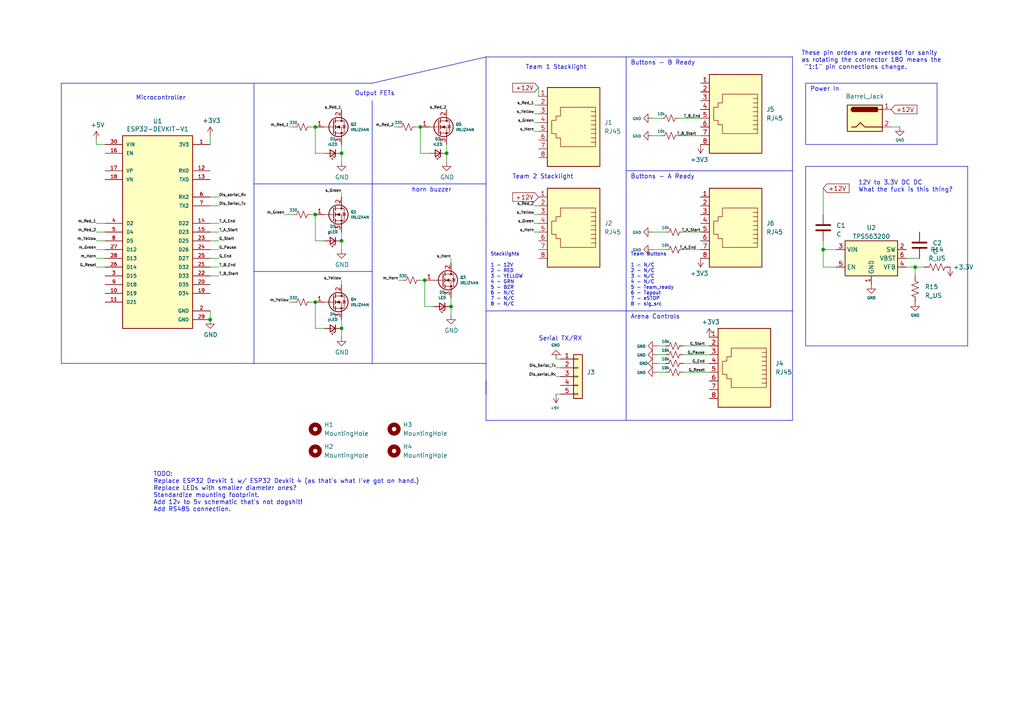
<source format=kicad_sch>
(kicad_sch (version 20221206) (generator eeschema)
  (paper "A4")
  (title_block (title "Combat Arena Timing Control") (date "2023-01-26") (rev "0.3") (company "Fair Use Building & Research Labs, 501c3") (comment 2 "Neil Flynn") (comment 3 "Kim Chase"))
  (lib_symbols
    (symbol "Bot_Arena_contol-rescue:+3.3V-power" (power) (pin_names (offset 0))
      (property "Value" "+3.3V-power" (at 0 3.556 0))
      (symbol "+3.3V-power_0_1"
        (polyline (pts (xy -0.762 1.27) (xy 0 2.54)))
        (polyline (pts (xy 0 0) (xy 0 2.54)))
        (polyline (pts (xy 0 2.54) (xy 0.762 1.27)))
      )
      (symbol "+3.3V-power_1_1"
        (pin power_in line (at 0 0 90) (length 0) hide (name "+3V3") (number "1"))
      )
    )
    (symbol "Connector:Barrel_Jack" (pin_names (offset 1.016))
      (property "Reference" "J" (at 0 5.334 0))
      (property "Value" "Barrel_Jack" (at 0 -5.08 0))
      (symbol "Barrel_Jack_0_1"
        (rectangle (start -5.08 3.81) (end 5.08 -3.81) (stroke (width 0.254)) (fill (type background)))
        (arc (start -3.302 3.175) (mid -3.9343 2.54) (end -3.302 1.905) (stroke (width 0.254)))
        (arc (start -3.302 3.175) (mid -3.9343 2.54) (end -3.302 1.905) (stroke (width 0.254)) (fill (type outline)))
        (polyline (pts (xy 5.08 2.54) (xy 3.81 2.54)) (stroke (width 0.254)))
        (polyline (pts (xy -3.81 -2.54) (xy -2.54 -2.54) (xy -1.27 -1.27) (xy 0 -2.54) (xy 2.54 -2.54) (xy 5.08 -2.54)) (stroke (width 0.254)))
        (rectangle (start 3.683 3.175) (end -3.302 1.905) (stroke (width 0.254)) (fill (type outline)))
      )
      (symbol "Barrel_Jack_1_1"
        (pin passive line (at 7.62 2.54 180) (length 2.54) (name "~") (number "1"))
        (pin passive line (at 7.62 -2.54 180) (length 2.54) (name "~") (number "2"))
      )
    )
    (symbol "Connector:RJ45" (pin_names (offset 1.016))
      (property "Reference" "J" (at -5.08 13.97 0))
      (property "Value" "RJ45" (at 2.54 13.97 0))
      (symbol "RJ45_0_1"
        (polyline (pts (xy -5.08 4.445) (xy -6.35 4.445)))
        (polyline (pts (xy -5.08 5.715) (xy -6.35 5.715)))
        (polyline (pts (xy -6.35 -3.175) (xy -5.08 -3.175) (xy -5.08 -3.175)))
        (polyline (pts (xy -6.35 -1.905) (xy -5.08 -1.905) (xy -5.08 -1.905)))
        (polyline (pts (xy -6.35 -0.635) (xy -5.08 -0.635) (xy -5.08 -0.635)))
        (polyline (pts (xy -6.35 0.635) (xy -5.08 0.635) (xy -5.08 0.635)))
        (polyline (pts (xy -6.35 1.905) (xy -5.08 1.905) (xy -5.08 1.905)))
        (polyline (pts (xy -5.08 3.175) (xy -6.35 3.175) (xy -6.35 3.175)))
        (polyline (pts (xy -6.35 -4.445) (xy -6.35 6.985) (xy 3.81 6.985) (xy 3.81 4.445) (xy 5.08 4.445) (xy 5.08 3.175) (xy 6.35 3.175) (xy 6.35 -0.635) (xy 5.08 -0.635) (xy 5.08 -1.905) (xy 3.81 -1.905) (xy 3.81 -4.445) (xy -6.35 -4.445) (xy -6.35 -4.445)))
        (rectangle (start 7.62 12.7) (end -7.62 -10.16) (stroke (width 0.254)) (fill (type background)))
      )
      (symbol "RJ45_1_1"
        (pin passive line (at 10.16 -7.62 180) (length 2.54) (name "~") (number "1"))
        (pin passive line (at 10.16 -5.08 180) (length 2.54) (name "~") (number "2"))
        (pin passive line (at 10.16 -2.54 180) (length 2.54) (name "~") (number "3"))
        (pin passive line (at 10.16 0 180) (length 2.54) (name "~") (number "4"))
        (pin passive line (at 10.16 2.54 180) (length 2.54) (name "~") (number "5"))
        (pin passive line (at 10.16 5.08 180) (length 2.54) (name "~") (number "6"))
        (pin passive line (at 10.16 7.62 180) (length 2.54) (name "~") (number "7"))
        (pin passive line (at 10.16 10.16 180) (length 2.54) (name "~") (number "8"))
      )
    )
    (symbol "Device:C" (pin_numbers hide) (pin_names (offset 0.254))
      (property "Reference" "C" (at 0.635 2.54 0))
      (property "Value" "C" (at 0.635 -2.54 0))
      (symbol "C_0_1"
        (polyline (pts (xy -2.032 -0.762) (xy 2.032 -0.762)) (stroke (width 0.508)))
        (polyline (pts (xy -2.032 0.762) (xy 2.032 0.762)) (stroke (width 0.508)))
      )
      (symbol "C_1_1"
        (pin passive line (at 0 3.81 270) (length 2.794) (name "~") (number "1"))
        (pin passive line (at 0 -3.81 90) (length 2.794) (name "~") (number "2"))
      )
    )
    (symbol "Device:LED_Small" (pin_numbers hide) (pin_names (offset 0.254) hide)
      (property "Reference" "D" (at -1.27 3.175 0))
      (property "Value" "LED_Small" (at -4.445 -2.54 0))
      (symbol "LED_Small_0_1"
        (polyline (pts (xy -0.762 -1.016) (xy -0.762 1.016)) (stroke (width 0.254)))
        (polyline (pts (xy 1.016 0) (xy -0.762 0)))
        (polyline (pts (xy 0.762 -1.016) (xy -0.762 0) (xy 0.762 1.016) (xy 0.762 -1.016)) (stroke (width 0.254)))
        (polyline (pts (xy 0 0.762) (xy -0.508 1.27) (xy -0.254 1.27) (xy -0.508 1.27) (xy -0.508 1.016)))
        (polyline (pts (xy 0.508 1.27) (xy 0 1.778) (xy 0.254 1.778) (xy 0 1.778) (xy 0 1.524)))
      )
      (symbol "LED_Small_1_1"
        (pin passive line (at -2.54 0 0) (length 1.778) (name "K") (number "1"))
        (pin passive line (at 2.54 0 180) (length 1.778) (name "A") (number "2"))
      )
    )
    (symbol "Device:R_Small_US" (pin_numbers hide) (pin_names (offset 0.254) hide)
      (property "Reference" "R" (at 0.762 0.508 0))
      (property "Value" "R_Small_US" (at 0.762 -1.016 0))
      (symbol "R_Small_US_1_1"
        (polyline (pts (xy 0 0) (xy 1.016 -0.381) (xy 0 -0.762) (xy -1.016 -1.143) (xy 0 -1.524)))
        (polyline (pts (xy 0 1.524) (xy 1.016 1.143) (xy 0 0.762) (xy -1.016 0.381) (xy 0 0)))
        (pin passive line (at 0 2.54 270) (length 1.016) (name "~") (number "1"))
        (pin passive line (at 0 -2.54 90) (length 1.016) (name "~") (number "2"))
      )
    )
    (symbol "Device:R_US" (pin_numbers hide) (pin_names (offset 0))
      (property "Reference" "R" (at 2.54 0 90))
      (property "Value" "R_US" (at -2.54 0 90))
      (symbol "R_US_0_1"
        (polyline (pts (xy 0 -2.286) (xy 0 -2.54)))
        (polyline (pts (xy 0 2.286) (xy 0 2.54)))
        (polyline (pts (xy 0 -0.762) (xy 1.016 -1.143) (xy 0 -1.524) (xy -1.016 -1.905) (xy 0 -2.286)))
        (polyline (pts (xy 0 0.762) (xy 1.016 0.381) (xy 0 0) (xy -1.016 -0.381) (xy 0 -0.762)))
        (polyline (pts (xy 0 2.286) (xy 1.016 1.905) (xy 0 1.524) (xy -1.016 1.143) (xy 0 0.762)))
      )
      (symbol "R_US_1_1"
        (pin passive line (at 0 3.81 270) (length 1.27) (name "~") (number "1"))
        (pin passive line (at 0 -3.81 90) (length 1.27) (name "~") (number "2"))
      )
    )
    (symbol "ESP32DK1:ESP32-DEVKIT-V1" (pin_names (offset 1.016))
      (property "Reference" "U" (at -10.16 30.48 0))
      (property "Value" "ESP32-DEVKIT-V1" (at -10.16 -30.48 0))
      (symbol "ESP32-DEVKIT-V1_0_0"
        (rectangle (start -10.16 -27.94) (end 10.16 27.94) (stroke (width 0.254)) (fill (type background)))
        (pin output line (at 15.24 25.4 180) (length 5.08) (name "3V3") (number "1"))
        (pin bidirectional line (at -15.24 -17.78 0) (length 5.08) (name "D19") (number "10"))
        (pin bidirectional line (at -15.24 -20.32 0) (length 5.08) (name "D21") (number "11"))
        (pin input line (at 15.24 17.78 180) (length 5.08) (name "RX0") (number "12"))
        (pin output line (at 15.24 15.24 180) (length 5.08) (name "TX0") (number "13"))
        (pin bidirectional line (at 15.24 2.54 180) (length 5.08) (name "D22") (number "14"))
        (pin bidirectional line (at 15.24 0 180) (length 5.08) (name "D23") (number "15"))
        (pin input line (at -15.24 22.86 0) (length 5.08) (name "EN") (number "16"))
        (pin bidirectional line (at -15.24 17.78 0) (length 5.08) (name "VP") (number "17"))
        (pin bidirectional line (at -15.24 15.24 0) (length 5.08) (name "VN") (number "18"))
        (pin bidirectional line (at 15.24 -17.78 180) (length 5.08) (name "D34") (number "19"))
        (pin power_in line (at 15.24 -22.86 180) (length 5.08) (name "GND") (number "2"))
        (pin bidirectional line (at 15.24 -15.24 180) (length 5.08) (name "D35") (number "20"))
        (pin bidirectional line (at 15.24 -10.16 180) (length 5.08) (name "D32") (number "21"))
        (pin bidirectional line (at 15.24 -12.7 180) (length 5.08) (name "D33") (number "22"))
        (pin bidirectional line (at 15.24 -2.54 180) (length 5.08) (name "D25") (number "23"))
        (pin bidirectional line (at 15.24 -5.08 180) (length 5.08) (name "D26") (number "24"))
        (pin bidirectional line (at 15.24 -7.62 180) (length 5.08) (name "D27") (number "25"))
        (pin bidirectional line (at -15.24 -10.16 0) (length 5.08) (name "D14") (number "26"))
        (pin bidirectional line (at -15.24 -5.08 0) (length 5.08) (name "D12") (number "27"))
        (pin bidirectional line (at -15.24 -7.62 0) (length 5.08) (name "D13") (number "28"))
        (pin power_in line (at 15.24 -25.4 180) (length 5.08) (name "GND") (number "29"))
        (pin bidirectional line (at -15.24 -12.7 0) (length 5.08) (name "D15") (number "3"))
        (pin input line (at -15.24 25.4 0) (length 5.08) (name "VIN") (number "30"))
        (pin bidirectional line (at -15.24 2.54 0) (length 5.08) (name "D2") (number "4"))
        (pin bidirectional line (at -15.24 0 0) (length 5.08) (name "D4") (number "5"))
        (pin input line (at 15.24 10.16 180) (length 5.08) (name "RX2") (number "6"))
        (pin output line (at 15.24 7.62 180) (length 5.08) (name "TX2") (number "7"))
        (pin bidirectional line (at -15.24 -2.54 0) (length 5.08) (name "D5") (number "8"))
        (pin bidirectional line (at -15.24 -15.24 0) (length 5.08) (name "D18") (number "9"))
      )
    )
    (symbol "Mechanical:MountingHole" (pin_names (offset 1.016))
      (property "Reference" "H" (at 0 5.08 0))
      (property "Value" "MountingHole" (at 0 3.175 0))
      (symbol "MountingHole_0_1"
        (circle (center 0 0) (radius 1.27) (stroke (width 1.27)))
      )
    )
    (symbol "Regulator_Switching:TPS563200"
      (property "Reference" "U" (at -7.62 6.35 0))
      (property "Value" "TPS563200" (at -2.54 6.35 0))
      (symbol "TPS563200_0_1"
        (rectangle (start -7.62 5.08) (end 7.62 -5.08) (stroke (width 0.254)) (fill (type background)))
      )
      (symbol "TPS563200_1_1"
        (pin power_in line (at 0 -7.62 90) (length 2.54) (name "GND") (number "1"))
        (pin output line (at 10.16 2.54 180) (length 2.54) (name "SW") (number "2"))
        (pin power_in line (at -10.16 2.54 0) (length 2.54) (name "VIN") (number "3"))
        (pin input line (at 10.16 -2.54 180) (length 2.54) (name "VFB") (number "4"))
        (pin input line (at -10.16 -2.54 0) (length 2.54) (name "EN") (number "5"))
        (pin passive line (at 10.16 0 180) (length 2.54) (name "VBST") (number "6"))
      )
    )
    (symbol "Transistor_FET:IRLIZ44N" (pin_names hide)
      (property "Reference" "Q" (at 6.35 1.905 0))
      (property "Value" "IRLIZ44N" (at 6.35 0 0))
      (symbol "IRLIZ44N_0_1"
        (polyline (pts (xy 0.254 0) (xy -2.54 0)))
        (polyline (pts (xy 0.254 1.905) (xy 0.254 -1.905)) (stroke (width 0.254)))
        (polyline (pts (xy 0.762 -1.27) (xy 0.762 -2.286)) (stroke (width 0.254)))
        (polyline (pts (xy 0.762 0.508) (xy 0.762 -0.508)) (stroke (width 0.254)))
        (polyline (pts (xy 0.762 2.286) (xy 0.762 1.27)) (stroke (width 0.254)))
        (polyline (pts (xy 2.54 2.54) (xy 2.54 1.778)))
        (polyline (pts (xy 2.54 -2.54) (xy 2.54 0) (xy 0.762 0)))
        (polyline (pts (xy 0.762 -1.778) (xy 3.302 -1.778) (xy 3.302 1.778) (xy 0.762 1.778)))
        (polyline (pts (xy 1.016 0) (xy 2.032 0.381) (xy 2.032 -0.381) (xy 1.016 0)) (fill (type outline)))
        (polyline (pts (xy 2.794 0.508) (xy 2.921 0.381) (xy 3.683 0.381) (xy 3.81 0.254)))
        (polyline (pts (xy 3.302 0.381) (xy 2.921 -0.254) (xy 3.683 -0.254) (xy 3.302 0.381)))
        (circle (center 1.651 0) (radius 2.794) (stroke (width 0.254)))
        (circle (center 2.54 -1.778) (radius 0.254) (fill (type outline)))
        (circle (center 2.54 1.778) (radius 0.254) (fill (type outline)))
      )
      (symbol "IRLIZ44N_1_1"
        (pin input line (at -5.08 0 0) (length 2.54) (name "G") (number "1"))
        (pin passive line (at 2.54 5.08 270) (length 2.54) (name "D") (number "2"))
        (pin passive line (at 2.54 -5.08 90) (length 2.54) (name "S") (number "3"))
      )
    )
    (symbol "power:+3.3V" (power) (pin_names (offset 0))
      (property "Value" "+3.3V" (at 0 3.556 0))
      (symbol "+3.3V_0_1"
        (polyline (pts (xy -0.762 1.27) (xy 0 2.54)))
        (polyline (pts (xy 0 0) (xy 0 2.54)))
        (polyline (pts (xy 0 2.54) (xy 0.762 1.27)))
      )
      (symbol "+3.3V_1_1"
        (pin power_in line (at 0 0 90) (length 0) hide (name "+3.3V") (number "1"))
      )
    )
    (symbol "power:+5V" (power) (pin_names (offset 0))
      (property "Value" "+5V" (at 0 3.556 0))
      (symbol "+5V_0_1"
        (polyline (pts (xy -0.762 1.27) (xy 0 2.54)))
        (polyline (pts (xy 0 0) (xy 0 2.54)))
        (polyline (pts (xy 0 2.54) (xy 0.762 1.27)))
      )
      (symbol "+5V_1_1"
        (pin power_in line (at 0 0 90) (length 0) hide (name "+5V") (number "1"))
      )
    )
    (symbol "power:GND" (power) (pin_names (offset 0))
      (property "Value" "GND" (at 0 -3.81 0))
      (symbol "GND_0_1"
        (polyline (pts (xy 0 0) (xy 0 -1.27) (xy 1.27 -1.27) (xy 0 -2.54) (xy -1.27 -1.27) (xy 0 -1.27)))
      )
      (symbol "GND_1_1"
        (pin power_in line (at 0 0 270) (length 0) hide (name "GND") (number "1"))
      )
    )
    (symbol "symbols:5Pin_5mm_plus_2.54_pin" (pin_names (offset 1.016) hide)
      (property "Reference" "J" (at 0 7.62 0))
      (property "Value" "5Pin_5mm_plus_2.54_pin" (at 0 -7.62 0))
      (symbol "5Pin_5mm_plus_2.54_pin_1_1"
        (rectangle (start -1.27 -4.953) (end 0 -5.207) (stroke (width 0.1524)))
        (rectangle (start -1.27 -2.413) (end 0 -2.667) (stroke (width 0.1524)))
        (rectangle (start -1.27 0.127) (end 0 -0.127) (stroke (width 0.1524)))
        (rectangle (start -1.27 2.667) (end 0 2.413) (stroke (width 0.1524)))
        (rectangle (start -1.27 5.207) (end 0 4.953) (stroke (width 0.1524)))
        (rectangle (start -1.27 6.35) (end 1.27 -6.35) (stroke (width 0.254)) (fill (type background)))
        (pin passive line (at -5.08 5.08 0) (length 3.81) (name "Pin_1") (number "1"))
        (pin passive line (at -5.08 2.54 0) (length 3.81) (name "Pin_2") (number "2"))
        (pin passive line (at -5.08 0 0) (length 3.81) (name "Pin_3") (number "3"))
        (pin passive line (at -5.08 -2.54 0) (length 3.81) (name "Pin_4") (number "4"))
        (pin passive line (at -5.08 -5.08 0) (length 3.81) (name "Pin_5") (number "5"))
      )
    )
  )
  (junction (at 129.54 44.45))
  (junction (at 238.76 72.39))
  (junction (at 123.19 81.28))
  (junction (at 265.43 77.47))
  (junction (at 99.06 44.45))
  (junction (at 130.81 88.9))
  (junction (at 99.06 95.25))
  (junction (at 91.44 62.23))
  (junction (at 99.06 69.85))
  (junction (at 91.44 36.83))
  (junction (at 91.44 87.63))
  (junction (at 121.92 36.83))
  (junction (at 60.96 92.71))
  (wire (pts (xy 189.23 72.39) (xy 193.04 72.39)))
  (polyline (pts (xy 181.61 121.92) (xy 140.97 121.92)))
  (wire (pts (xy 60.96 41.91) (xy 60.96 39.37)))
  (wire (pts (xy 93.98 95.25) (xy 91.44 95.25)))
  (wire (pts (xy 156.21 33.02) (xy 154.94 33.02)))
  (wire (pts (xy 130.81 86.36) (xy 130.81 88.9)))
  (wire (pts (xy 30.48 74.93) (xy 27.94 74.93)))
  (wire (pts (xy 198.12 107.95) (xy 205.74 107.95)))
  (wire (pts (xy 162.56 109.22) (xy 161.29 109.22)))
  (wire (pts (xy 198.12 67.31) (xy 203.2 67.31)))
  (wire (pts (xy 99.06 95.25) (xy 99.06 97.79)))
  (wire (pts (xy 156.21 25.4) (xy 156.21 27.94)))
  (polyline (pts (xy 229.87 46.99) (xy 229.87 68.58)))
  (polyline (pts (xy 229.87 16.51) (xy 229.87 46.99)))
  (wire (pts (xy 99.06 67.31) (xy 99.06 69.85)))
  (wire (pts (xy 242.57 77.47) (xy 238.76 77.47)))
  (wire (pts (xy 99.06 82.55) (xy 99.06 81.28)))
  (polyline (pts (xy 233.68 48.26) (xy 233.68 100.33)))
  (wire (pts (xy 196.85 39.37) (xy 203.2 39.37)))
  (polyline (pts (xy 140.97 16.51) (xy 181.61 16.51)))
  (wire (pts (xy 193.04 107.95) (xy 190.5 107.95)))
  (wire (pts (xy 91.44 87.63) (xy 90.17 87.63)))
  (polyline (pts (xy 140.97 63.5) (xy 140.97 105.41)))
  (wire (pts (xy 115.57 36.83) (xy 114.3 36.83)))
  (wire (pts (xy 238.76 69.85) (xy 238.76 72.39)))
  (wire (pts (xy 156.21 67.31) (xy 154.94 67.31)))
  (polyline (pts (xy 233.68 24.13) (xy 271.78 24.13)))
  (polyline (pts (xy 280.67 48.26) (xy 280.67 100.33)))
  (wire (pts (xy 93.98 44.45) (xy 91.44 44.45)))
  (wire (pts (xy 30.48 77.47) (xy 27.94 77.47)))
  (wire (pts (xy 60.96 57.15) (xy 63.5 57.15)))
  (wire (pts (xy 99.06 41.91) (xy 99.06 44.45)))
  (wire (pts (xy 99.06 57.15) (xy 99.06 55.88)))
  (polyline (pts (xy 73.66 53.34) (xy 107.95 53.34)))
  (wire (pts (xy 162.56 106.68) (xy 161.29 106.68)))
  (wire (pts (xy 265.43 77.47) (xy 267.97 77.47)))
  (wire (pts (xy 99.06 92.71) (xy 99.06 95.25)))
  (wire (pts (xy 30.48 41.91) (xy 27.94 41.91)))
  (wire (pts (xy 123.19 81.28) (xy 121.92 81.28)))
  (polyline (pts (xy 73.66 78.74) (xy 107.95 78.74)))
  (wire (pts (xy 60.96 77.47) (xy 63.5 77.47)))
  (wire (pts (xy 129.54 41.91) (xy 129.54 44.45)))
  (wire (pts (xy 238.76 54.61) (xy 238.76 62.23)))
  (wire (pts (xy 262.89 74.93) (xy 266.7 74.93)))
  (polyline (pts (xy 107.95 24.13) (xy 140.97 16.51)))
  (wire (pts (xy 27.94 41.91) (xy 27.94 40.64)))
  (wire (pts (xy 238.76 77.47) (xy 238.76 72.39)))
  (polyline (pts (xy 229.87 121.92) (xy 229.87 68.58)))
  (wire (pts (xy 262.89 77.47) (xy 265.43 77.47)))
  (wire (pts (xy 121.92 44.45) (xy 121.92 36.83)))
  (polyline (pts (xy 140.97 105.41) (xy 107.95 105.41)))
  (polyline (pts (xy 181.61 68.58) (xy 181.61 121.92)))
  (wire (pts (xy 156.21 64.77) (xy 154.94 64.77)))
  (wire (pts (xy 198.12 105.41) (xy 205.74 105.41)))
  (wire (pts (xy 60.96 72.39) (xy 63.5 72.39)))
  (polyline (pts (xy 17.78 24.13) (xy 17.78 105.41)))
  (polyline (pts (xy 73.66 24.13) (xy 73.66 105.41)))
  (wire (pts (xy 156.21 30.48) (xy 154.94 30.48)))
  (wire (pts (xy 91.44 95.25) (xy 91.44 87.63)))
  (wire (pts (xy 115.57 81.28) (xy 116.84 81.28)))
  (polyline (pts (xy 140.97 121.92) (xy 140.97 105.41)))
  (wire (pts (xy 193.04 100.33) (xy 190.5 100.33)))
  (polyline (pts (xy 233.68 48.26) (xy 280.67 48.26)))
  (wire (pts (xy 99.06 44.45) (xy 99.06 46.99)))
  (wire (pts (xy 60.96 80.01) (xy 63.5 80.01)))
  (wire (pts (xy 191.77 39.37) (xy 189.23 39.37)))
  (wire (pts (xy 198.12 102.87) (xy 205.74 102.87)))
  (wire (pts (xy 258.445 36.83) (xy 260.985 36.83)))
  (wire (pts (xy 30.48 72.39) (xy 27.94 72.39)))
  (wire (pts (xy 121.92 36.83) (xy 120.65 36.83)))
  (wire (pts (xy 91.44 44.45) (xy 91.44 36.83)))
  (wire (pts (xy 130.81 88.9) (xy 130.81 91.44)))
  (polyline (pts (xy 73.66 24.13) (xy 17.78 24.13)))
  (polyline (pts (xy 181.61 121.92) (xy 229.87 121.92)))
  (polyline (pts (xy 140.97 90.17) (xy 181.61 90.17)))
  (wire (pts (xy 130.81 76.2) (xy 130.81 74.93)))
  (wire (pts (xy 30.48 67.31) (xy 27.94 67.31)))
  (wire (pts (xy 60.96 74.93) (xy 63.5 74.93)))
  (polyline (pts (xy 17.78 105.41) (xy 73.66 105.41)))
  (polyline (pts (xy 140.97 53.34) (xy 107.95 53.34)))
  (wire (pts (xy 99.06 69.85) (xy 99.06 72.39)))
  (polyline (pts (xy 233.68 24.13) (xy 233.68 41.91)))
  (wire (pts (xy 60.96 69.85) (xy 63.5 69.85)))
  (wire (pts (xy 129.54 44.45) (xy 129.54 46.99)))
  (polyline (pts (xy 140.97 16.51) (xy 140.97 63.5)))
  (polyline (pts (xy 280.67 100.33) (xy 233.68 100.33)))
  (wire (pts (xy 93.98 69.85) (xy 91.44 69.85)))
  (wire (pts (xy 156.21 38.1) (xy 154.94 38.1)))
  (wire (pts (xy 91.44 69.85) (xy 91.44 62.23)))
  (wire (pts (xy 198.12 72.39) (xy 203.2 72.39)))
  (polyline (pts (xy 181.61 16.51) (xy 181.61 68.58)))
  (wire (pts (xy 193.04 102.87) (xy 190.5 102.87)))
  (wire (pts (xy 123.19 88.9) (xy 123.19 81.28)))
  (wire (pts (xy 191.77 34.29) (xy 189.23 34.29)))
  (wire (pts (xy 125.73 88.9) (xy 123.19 88.9)))
  (polyline (pts (xy 140.97 114.3) (xy 140.97 110.49)))
  (polyline (pts (xy 181.61 16.51) (xy 229.87 16.51)))
  (polyline (pts (xy 73.66 24.13) (xy 107.95 24.13)))
  (wire (pts (xy 238.76 72.39) (xy 242.57 72.39)))
  (wire (pts (xy 60.96 67.31) (xy 63.5 67.31)))
  (wire (pts (xy 85.09 36.83) (xy 83.82 36.83)))
  (wire (pts (xy 196.85 34.29) (xy 203.2 34.29)))
  (wire (pts (xy 85.09 87.63) (xy 83.82 87.63)))
  (wire (pts (xy 156.21 59.69) (xy 154.94 59.69)))
  (polyline (pts (xy 73.66 105.41) (xy 107.95 105.41)))
  (wire (pts (xy 198.12 100.33) (xy 205.74 100.33)))
  (wire (pts (xy 265.43 77.47) (xy 265.43 80.01)))
  (wire (pts (xy 162.56 114.3) (xy 161.29 114.3)))
  (polyline (pts (xy 229.87 49.53) (xy 181.61 49.53)))
  (wire (pts (xy 156.21 62.23) (xy 154.94 62.23)))
  (polyline (pts (xy 229.87 90.17) (xy 181.61 90.17)))
  (wire (pts (xy 60.96 90.17) (xy 60.96 92.71)))
  (wire (pts (xy 91.44 36.83) (xy 90.17 36.83)))
  (wire (pts (xy 124.46 44.45) (xy 121.92 44.45)))
  (wire (pts (xy 162.56 104.14) (xy 161.29 104.14)))
  (wire (pts (xy 189.23 67.31) (xy 193.04 67.31)))
  (polyline (pts (xy 271.78 24.13) (xy 271.78 41.91)))
  (wire (pts (xy 91.44 62.23) (xy 90.17 62.23)))
  (polyline (pts (xy 107.95 105.41) (xy 107.95 29.21)))
  (wire (pts (xy 156.21 35.56) (xy 154.94 35.56)))
  (wire (pts (xy 30.48 64.77) (xy 27.94 64.77)))
  (polyline (pts (xy 271.78 41.91) (xy 233.68 41.91)))
  (wire (pts (xy 30.48 69.85) (xy 27.94 69.85)))
  (wire (pts (xy 193.04 105.41) (xy 190.5 105.41)))
  (wire (pts (xy 82.55 62.23) (xy 85.09 62.23)))
  (wire (pts (xy 60.96 64.77) (xy 63.5 64.77)))
  (wire (pts (xy 60.96 59.69) (xy 63.5 59.69)))
  (text "Arena Controls" (at 182.88 92.71 0) (effects (font (size 1.27 1.27)) (justify left bottom)))
  (text "Microcontroller" (at 39.37 29.21 0) (effects (font (size 1.27 1.27)) (justify left bottom)))
  (text "Buttons - A Ready" (at 182.88 52.07 0) (effects (font (size 1.27 1.27)) (justify left bottom)))
  (text "TODO:\nReplace ESP32 Devkit 1 w/ ESP32 Devkit 4 (as that's what I've got on hand.)\nReplace LEDs with smaller diameter ones?\nStandardize mounting footprint.\nAdd 12v to 5v schematic that's not dogshit!\nAdd RS485 connection." (at 44.45 148.59 0) (effects (font (size 1.27 1.27)) (justify left bottom)))
  (text "Team 2 Stacklight" (at 148.59 52.07 0) (effects (font (size 1.27 1.27)) (justify left bottom)))
  (text "12V to 3.3V DC DC\nWhat the fuck is this thing?" (at 248.92 55.88 0) (effects (font (size 1.27 1.27)) (justify left bottom)))
  (text "Power In" (at 234.95 26.67 0) (effects (font (size 1.27 1.27)) (justify left bottom)))
  (text "Serial TX/RX\n" (at 156.21 99.06 0) (effects (font (size 1.27 1.27)) (justify left bottom)))
  (text "Team 1 Stacklight" (at 152.4 20.32 0) (effects (font (size 1.27 1.27)) (justify left bottom)))
  (text "Output FETs\n" (at 102.87 27.94 0) (effects (font (size 1.27 1.27)) (justify left bottom)))
  (text "horn buzzer\n" (at 119.38 55.88 0) (effects (font (size 1.27 1.27)) (justify left bottom)))
  (text "Team Buttons\n\n1 - N/C\n2 - N/C\n3 - N/C\n4 - N/C\n5 - Team_ready\n6 - Tapout\n7 - eSTOP\n8 - sig_src" (at 182.88 88.9 0) (effects (font (size 1 1)) (justify left bottom)))
  (text "Buttons - B Ready" (at 182.88 19.05 0) (effects (font (size 1.27 1.27)) (justify left bottom)))
  (text "These pin orders are reversed for sanity\nas rotating the connector 180 means the\n \"1:1\" pin connections change." (at 232.41 20.32 0) (effects (font (size 1.27 1.27)) (justify left bottom)))
  (text "Stacklights\n\n1 - 12V\n2 - RED\n3 - YELLOW\n4 - GRN\n5 - BZR\n6 - N/C\n7 - N/C\n8 - N/C" (at 142.24 88.9 0) (effects (font (size 1 1)) (justify left bottom)))
  (label "T_A_End" (at 63.5 64.77 0) (effects (font (size 0.7874 0.7874))))
  (label "s_Green" (at 154.94 35.56 180) (effects (font (size 0.7874 0.7874))))
  (label "T_B_End" (at 63.5 77.47 0) (effects (font (size 0.7874 0.7874))))
  (label "Dis_serial_Rx" (at 161.29 109.22 180) (effects (font (size 0.7874 0.7874))))
  (label "s_Green" (at 154.94 64.77 180) (effects (font (size 0.7874 0.7874))))
  (label "s_Yellow" (at 154.94 62.23 180) (effects (font (size 0.7874 0.7874))))
  (label "G_End" (at 204.47 105.41 180) (effects (font (size 0.7874 0.7874))))
  (label "m_Horn" (at 115.57 81.28 180) (effects (font (size 0.7874 0.7874))))
  (label "G_Reset" (at 27.94 77.47 180) (effects (font (size 0.7874 0.7874))))
  (label "m_Green" (at 82.55 62.23 180) (effects (font (size 0.7874 0.7874))))
  (label "s_Yellow" (at 154.94 33.02 180) (effects (font (size 0.7874 0.7874))))
  (label "s_Horn" (at 130.81 74.93 180) (effects (font (size 0.7874 0.7874))))
  (label "G_Reset" (at 204.47 107.95 180) (effects (font (size 0.7874 0.7874))))
  (label "T_A_End" (at 201.93 72.39 180) (effects (font (size 0.7874 0.7874))))
  (label "T_B_Start" (at 63.5 80.01 0) (effects (font (size 0.7874 0.7874))))
  (label "m_Red_1" (at 83.82 36.83 180) (effects (font (size 0.7874 0.7874))))
  (label "T_B_End" (at 203.2 34.29 180) (effects (font (size 0.7874 0.7874))))
  (label "T_A_Start" (at 63.5 67.31 0) (effects (font (size 0.7874 0.7874))))
  (label "m_Yellow" (at 83.82 87.63 180) (effects (font (size 0.7874 0.7874))))
  (label "m_Red_1" (at 27.94 64.77 180) (effects (font (size 0.7874 0.7874))))
  (label "m_Horn" (at 27.94 74.93 180) (effects (font (size 0.7874 0.7874))))
  (label "G_Start" (at 204.47 100.33 180) (effects (font (size 0.7874 0.7874))))
  (label "s_Red_1" (at 99.06 31.75 180) (effects (font (size 0.7874 0.7874))))
  (label "m_Yellow" (at 27.94 69.85 180) (effects (font (size 0.7874 0.7874))))
  (label "s_Horn" (at 154.94 38.1 180) (effects (font (size 0.7874 0.7874))))
  (label "m_Green" (at 27.94 72.39 180) (effects (font (size 0.7874 0.7874))))
  (label "s_Red_2" (at 129.54 31.75 180) (effects (font (size 0.7874 0.7874))))
  (label "s_Yellow" (at 99.06 81.28 180) (effects (font (size 0.7874 0.7874))))
  (label "Dis_serial_Rx" (at 63.5 57.15 0) (effects (font (size 0.7874 0.7874))))
  (label "T_A_Start" (at 203.2 67.31 180) (effects (font (size 0.7874 0.7874))))
  (label "s_Red_2" (at 154.94 59.69 180) (effects (font (size 0.7874 0.7874))))
  (label "G_End" (at 63.5 74.93 0) (effects (font (size 0.7874 0.7874))))
  (label "s_Red_1" (at 154.94 30.48 180) (effects (font (size 0.7874 0.7874))))
  (label "G_Start" (at 63.5 69.85 0) (effects (font (size 0.7874 0.7874))))
  (label "m_Red_2" (at 27.94 67.31 180) (effects (font (size 0.7874 0.7874))))
  (label "s_Horn" (at 154.94 67.31 180) (effects (font (size 0.7874 0.7874))))
  (label "G_Pause" (at 63.5 72.39 0) (effects (font (size 0.7874 0.7874))))
  (label "s_Green" (at 99.06 55.88 180) (effects (font (size 0.7874 0.7874))))
  (label "T_B_Start" (at 201.93 39.37 180) (effects (font (size 0.7874 0.7874))))
  (label "Dis_Serial_Tx" (at 161.29 106.68 180) (effects (font (size 0.7874 0.7874))))
  (label "G_Pause" (at 204.47 102.87 180) (effects (font (size 0.7874 0.7874))))
  (label "Dis_Serial_Tx" (at 63.5 59.69 0) (effects (font (size 0.7874 0.7874))))
  (label "m_Red_2" (at 114.3 36.83 180) (effects (font (size 0.7874 0.7874))))
  (global_label "+12V" (shape input) (at 156.21 57.15 180) (property "Intersheetrefs" "${INTERSHEET_REFS}" (effects hide)))
  (global_label "+12V" (shape input) (at 238.76 54.61 0) (property "Intersheetrefs" "${INTERSHEET_REFS}" (effects hide)))
  (global_label "+12V" (shape input) (at 156.21 25.4 180) (property "Intersheetrefs" "${INTERSHEET_REFS}" (effects hide)))
  (global_label "+12V" (shape input) (at 258.445 31.75 0) (property "Intersheetrefs" "${INTERSHEET_REFS}" (effects hide)))
  (symbol (lib_id "ESP32DK1:ESP32-DEVKIT-V1") (at 45.72 67.31 0) (unit 1)
    (property "Reference" "U1" (at 45.72 35.1282 0))
    (property "Value" "ESP32-DEVKIT-V1" (at 45.72 37.4396 0))
    (property "Footprint" "ESP32DK1:MODULE_ESP32_DEVKIT_V1" (effects hide))
    (property "MAXIMUM_PACKAGE_HEIGHT" "6.8 mm" (effects hide))
    (property "MANUFACTURER" "DOIT" (effects hide))
    (property "STANDARD" "Manufacturer Recommendations" (effects hide))
    (property "PARTREV" "N/A" (effects hide))
  )
  (symbol (lib_id "power:GND") (at 60.96 92.71 0) (unit 1)
    (property "Reference" "#PWR0101" (effects hide))
    (property "Value" "GND" (at 61.087 97.1042 0))
  )
  (symbol (lib_id "power:+5V") (at 27.94 40.64 0) (unit 1)
    (property "Reference" "#PWR0102" (effects hide))
    (property "Value" "+5V" (at 28.321 36.2458 0))
  )
  (symbol (lib_id "Bot_Arena_contol-rescue:+3.3V-power") (at 203.2 41.91 180) (unit 1)
    (property "Reference" "#PWR0103" (effects hide))
    (property "Value" "+3.3V" (at 202.819 46.3042 0))
  )
  (symbol (lib_id "Bot_Arena_contol-rescue:+3.3V-power") (at 203.2 74.93 180) (unit 1)
    (property "Reference" "#PWR0104" (effects hide))
    (property "Value" "+3.3V" (at 202.819 79.3242 0))
  )
  (symbol (lib_id "Bot_Arena_contol-rescue:+3.3V-power") (at 60.96 39.37 0) (unit 1)
    (property "Reference" "#PWR0105" (effects hide))
    (property "Value" "+3.3V" (at 61.341 34.9758 0))
  )
  (symbol (lib_id "Device:R_Small_US") (at 194.31 39.37 270) (unit 1)
    (property "Reference" "R1" (effects hide))
    (property "Value" "10k" (at 191.77 38.1 90) (effects (font (size 0.7874 0.7874))))
    (property "Footprint" "Resistor_THT:R_Axial_DIN0207_L6.3mm_D2.5mm_P10.16mm_Horizontal" (effects hide))
  )
  (symbol (lib_id "Device:R_Small_US") (at 194.31 34.29 270) (unit 1)
    (property "Reference" "R7" (effects hide))
    (property "Value" "10k" (at 191.77 33.02 90) (effects (font (size 0.7874 0.7874))))
    (property "Footprint" "Resistor_THT:R_Axial_DIN0207_L6.3mm_D2.5mm_P10.16mm_Horizontal" (effects hide))
  )
  (symbol (lib_id "Device:R_Small_US") (at 195.58 67.31 270) (unit 1)
    (property "Reference" "R8" (effects hide))
    (property "Value" "10k" (at 193.04 66.04 90) (effects (font (size 0.7874 0.7874))))
    (property "Footprint" "Resistor_THT:R_Axial_DIN0207_L6.3mm_D2.5mm_P10.16mm_Horizontal" (effects hide))
  )
  (symbol (lib_id "Device:R_Small_US") (at 195.58 72.39 270) (unit 1)
    (property "Reference" "R9" (effects hide))
    (property "Value" "10k" (at 193.04 71.12 90) (effects (font (size 0.7874 0.7874))))
    (property "Footprint" "Resistor_THT:R_Axial_DIN0207_L6.3mm_D2.5mm_P10.16mm_Horizontal" (effects hide))
  )
  (symbol (lib_id "power:GND") (at 189.23 39.37 270) (unit 1)
    (property "Reference" "#PWR0106" (effects hide))
    (property "Value" "GND" (at 186.0042 39.497 90) (effects (font (size 0.7874 0.7874)) (justify right)))
  )
  (symbol (lib_id "power:GND") (at 189.23 34.29 270) (unit 1)
    (property "Reference" "#PWR0107" (effects hide))
    (property "Value" "GND" (at 186.0042 34.417 90) (effects (font (size 0.7874 0.7874)) (justify right)))
  )
  (symbol (lib_id "power:GND") (at 260.985 36.83 0) (unit 1)
    (property "Reference" "#PWR0122" (effects hide))
    (property "Value" "GND" (at 262.255 40.64 0) (effects (font (size 0.7874 0.7874)) (justify right)))
  )
  (symbol (lib_id "power:GND") (at 189.23 67.31 270) (unit 1)
    (property "Reference" "#PWR0108" (effects hide))
    (property "Value" "GND" (at 186.0042 67.437 90) (effects (font (size 0.7874 0.7874)) (justify right)))
  )
  (symbol (lib_id "power:GND") (at 189.23 72.39 270) (unit 1)
    (property "Reference" "#PWR0109" (effects hide))
    (property "Value" "GND" (at 186.0042 72.517 90) (effects (font (size 0.7874 0.7874)) (justify right)))
  )
  (symbol (lib_id "Bot_Arena_contol-rescue:+3.3V-power") (at 205.74 97.79 0) (unit 1)
    (property "Reference" "#PWR0110" (effects hide))
    (property "Value" "+3.3V" (at 206.121 93.3958 0))
  )
  (symbol (lib_id "power:GND") (at 190.5 100.33 270) (unit 1)
    (property "Reference" "#PWR0111" (effects hide))
    (property "Value" "GND" (at 187.2742 100.457 90) (effects (font (size 0.7874 0.7874)) (justify right)))
  )
  (symbol (lib_id "power:GND") (at 190.5 102.87 270) (unit 1)
    (property "Reference" "#PWR0112" (effects hide))
    (property "Value" "GND" (at 187.2742 102.997 90) (effects (font (size 0.7874 0.7874)) (justify right)))
  )
  (symbol (lib_id "power:GND") (at 190.5 105.41 270) (unit 1)
    (property "Reference" "#PWR0113" (effects hide))
    (property "Value" "GND" (at 187.96 105.41 90) (effects (font (size 0.7874 0.7874)) (justify right)))
  )
  (symbol (lib_id "power:GND") (at 190.5 107.95 270) (unit 1)
    (property "Reference" "#PWR0114" (effects hide))
    (property "Value" "GND" (at 187.2742 108.077 90) (effects (font (size 0.7874 0.7874)) (justify right)))
  )
  (symbol (lib_id "Device:R_Small_US") (at 195.58 102.87 270) (unit 1)
    (property "Reference" "R11" (effects hide))
    (property "Value" "10k" (at 193.04 101.6 90) (effects (font (size 0.7874 0.7874))))
    (property "Footprint" "Resistor_THT:R_Axial_DIN0207_L6.3mm_D2.5mm_P10.16mm_Horizontal" (effects hide))
  )
  (symbol (lib_id "Device:R_Small_US") (at 195.58 105.41 270) (unit 1)
    (property "Reference" "R12" (effects hide))
    (property "Value" "10k" (at 193.04 104.14 90) (effects (font (size 0.7874 0.7874))))
    (property "Footprint" "Resistor_THT:R_Axial_DIN0207_L6.3mm_D2.5mm_P10.16mm_Horizontal" (effects hide))
  )
  (symbol (lib_id "Device:R_Small_US") (at 195.58 107.95 270) (unit 1)
    (property "Reference" "R13" (effects hide))
    (property "Value" "10k" (at 193.04 106.68 90) (effects (font (size 0.7874 0.7874))))
    (property "Footprint" "Resistor_THT:R_Axial_DIN0207_L6.3mm_D2.5mm_P10.16mm_Horizontal" (effects hide))
  )
  (symbol (lib_id "Device:R_Small_US") (at 195.58 100.33 270) (unit 1)
    (property "Reference" "R10" (effects hide))
    (property "Value" "10k" (at 193.04 99.06 90) (effects (font (size 0.7874 0.7874))))
    (property "Footprint" "Resistor_THT:R_Axial_DIN0207_L6.3mm_D2.5mm_P10.16mm_Horizontal" (effects hide))
  )
  (symbol (lib_id "power:+5V") (at 161.29 114.3 180) (unit 1)
    (property "Reference" "#PWR0125" (effects hide))
    (property "Value" "+5V" (at 160.909 118.3386 0) (effects (font (size 0.7874 0.7874))))
  )
  (symbol (lib_id "Transistor_FET:IRLIZ44N") (at 96.52 36.83 0) (unit 1)
    (property "Reference" "Q2" (at 101.7016 36.0426 0) (effects (font (size 0.7874 0.7874)) (justify left)))
    (property "Value" "IRLIZ44N" (at 101.7016 37.6174 0) (effects (font (size 0.7874 0.7874)) (justify left)))
    (property "Footprint" "Package_TO_SOT_THT:TO-220F-3_Horizontal_TabDown" (effects hide))
    (property "Datasheet" "http://www.irf.com/product-info/datasheets/data/irliz44n.pdf" (effects hide))
  )
  (symbol (lib_id "power:GND") (at 161.29 104.14 180) (unit 1)
    (property "Reference" "#PWR0126" (effects hide))
    (property "Value" "GND" (at 161.163 100.1014 0) (effects (font (size 0.7874 0.7874))))
  )
  (symbol (lib_id "power:GND") (at 99.06 46.99 0) (unit 1)
    (property "Reference" "#PWR0115" (effects hide))
    (property "Value" "GND" (at 99.187 51.3842 0))
  )
  (symbol (lib_id "Device:R_Small_US") (at 87.63 36.83 270) (unit 1)
    (property "Reference" "R3" (effects hide))
    (property "Value" "330" (at 85.09 35.56 90) (effects (font (size 0.7874 0.7874))))
    (property "Footprint" "Resistor_THT:R_Axial_DIN0207_L6.3mm_D2.5mm_P10.16mm_Horizontal" (effects hide))
  )
  (symbol (lib_id "Transistor_FET:IRLIZ44N") (at 96.52 62.23 0) (unit 1)
    (property "Reference" "Q1" (at 101.7016 61.4426 0) (effects (font (size 0.7874 0.7874)) (justify left)))
    (property "Value" "IRLIZ44N" (at 101.7016 63.0174 0) (effects (font (size 0.7874 0.7874)) (justify left)))
    (property "Footprint" "Package_TO_SOT_THT:TO-220F-3_Horizontal_TabDown" (effects hide))
    (property "Datasheet" "http://www.irf.com/product-info/datasheets/data/irliz44n.pdf" (effects hide))
  )
  (symbol (lib_id "power:GND") (at 99.06 72.39 0) (unit 1)
    (property "Reference" "#PWR0116" (effects hide))
    (property "Value" "GND" (at 99.187 76.7842 0))
  )
  (symbol (lib_id "Device:R_Small_US") (at 87.63 62.23 270) (unit 1)
    (property "Reference" "R2" (effects hide))
    (property "Value" "330" (at 85.09 60.96 90) (effects (font (size 0.7874 0.7874))))
    (property "Footprint" "Resistor_THT:R_Axial_DIN0207_L6.3mm_D2.5mm_P10.16mm_Horizontal" (effects hide))
  )
  (symbol (lib_id "Transistor_FET:IRLIZ44N") (at 96.52 87.63 0) (unit 1)
    (property "Reference" "Q4" (at 101.7016 86.8426 0) (effects (font (size 0.7874 0.7874)) (justify left)))
    (property "Value" "IRLIZ44N" (at 101.7016 88.4174 0) (effects (font (size 0.7874 0.7874)) (justify left)))
    (property "Footprint" "Package_TO_SOT_THT:TO-220F-3_Horizontal_TabDown" (effects hide))
    (property "Datasheet" "http://www.irf.com/product-info/datasheets/data/irliz44n.pdf" (effects hide))
  )
  (symbol (lib_id "power:GND") (at 99.06 97.79 0) (unit 1)
    (property "Reference" "#PWR0117" (effects hide))
    (property "Value" "GND" (at 99.187 102.1842 0))
  )
  (symbol (lib_id "Device:R_Small_US") (at 87.63 87.63 270) (unit 1)
    (property "Reference" "R5" (effects hide))
    (property "Value" "330" (at 85.09 86.36 90) (effects (font (size 0.7874 0.7874))))
    (property "Footprint" "Resistor_THT:R_Axial_DIN0207_L6.3mm_D2.5mm_P10.16mm_Horizontal" (effects hide))
  )
  (symbol (lib_id "Transistor_FET:IRLIZ44N") (at 128.27 81.28 0) (unit 1)
    (property "Reference" "Q3" (at 133.4516 80.4926 0) (effects (font (size 0.7874 0.7874)) (justify left)))
    (property "Value" "IRLIZ44N" (at 133.4516 82.0674 0) (effects (font (size 0.7874 0.7874)) (justify left)))
    (property "Footprint" "Package_TO_SOT_THT:TO-220F-3_Horizontal_TabDown" (effects hide))
    (property "Datasheet" "http://www.irf.com/product-info/datasheets/data/irliz44n.pdf" (effects hide))
  )
  (symbol (lib_id "power:GND") (at 130.81 91.44 0) (unit 1)
    (property "Reference" "#PWR0118" (effects hide))
    (property "Value" "GND" (at 130.937 95.8342 0))
  )
  (symbol (lib_id "Device:R_Small_US") (at 119.38 81.28 270) (unit 1)
    (property "Reference" "R4" (effects hide))
    (property "Value" "330" (at 116.84 80.01 90) (effects (font (size 0.7874 0.7874))))
    (property "Footprint" "Resistor_THT:R_Axial_DIN0207_L6.3mm_D2.5mm_P10.16mm_Horizontal" (effects hide))
  )
  (symbol (lib_id "Transistor_FET:IRLIZ44N") (at 127 36.83 0) (unit 1)
    (property "Reference" "Q5" (at 132.1816 36.0426 0) (effects (font (size 0.7874 0.7874)) (justify left)))
    (property "Value" "IRLIZ44N" (at 132.1816 37.6174 0) (effects (font (size 0.7874 0.7874)) (justify left)))
    (property "Footprint" "Package_TO_SOT_THT:TO-220F-3_Horizontal_TabDown" (effects hide))
    (property "Datasheet" "http://www.irf.com/product-info/datasheets/data/irliz44n.pdf" (effects hide))
  )
  (symbol (lib_id "power:GND") (at 129.54 46.99 0) (unit 1)
    (property "Reference" "#PWR0119" (effects hide))
    (property "Value" "GND" (at 129.667 51.3842 0))
  )
  (symbol (lib_id "Device:R_Small_US") (at 118.11 36.83 270) (unit 1)
    (property "Reference" "R6" (effects hide))
    (property "Value" "330" (at 115.57 35.56 90) (effects (font (size 0.7874 0.7874))))
    (property "Footprint" "Resistor_THT:R_Axial_DIN0207_L6.3mm_D2.5mm_P10.16mm_Horizontal" (effects hide))
  )
  (symbol (lib_id "Device:LED_Small") (at 96.52 44.45 180) (unit 1)
    (property "Reference" "D1" (at 96.52 40.3098 0) (effects (font (size 0.7874 0.7874))))
    (property "Value" "rLED" (at 96.52 41.8846 0) (effects (font (size 0.7874 0.7874))))
    (property "Footprint" "LED_THT:LED_D10.0mm" (effects hide))
  )
  (symbol (lib_id "Device:LED_Small") (at 127 44.45 180) (unit 1)
    (property "Reference" "D2" (at 127 40.3098 0) (effects (font (size 0.7874 0.7874))))
    (property "Value" "rLED" (at 127 41.8846 0) (effects (font (size 0.7874 0.7874))))
    (property "Footprint" "LED_THT:LED_D10.0mm" (effects hide))
  )
  (symbol (lib_id "Device:LED_Small") (at 96.52 69.85 180) (unit 1)
    (property "Reference" "D3" (at 96.52 65.7098 0) (effects (font (size 0.7874 0.7874))))
    (property "Value" "gLED" (at 96.52 67.2846 0) (effects (font (size 0.7874 0.7874))))
    (property "Footprint" "LED_THT:LED_D10.0mm" (effects hide))
  )
  (symbol (lib_id "Device:LED_Small") (at 128.27 88.9 180) (unit 1)
    (property "Reference" "D5" (at 128.27 84.7598 0) (effects (font (size 0.7874 0.7874))))
    (property "Value" "LED" (at 128.27 86.3346 0) (effects (font (size 0.7874 0.7874))))
    (property "Footprint" "LED_THT:LED_D10.0mm" (effects hide))
  )
  (symbol (lib_id "Device:LED_Small") (at 96.52 95.25 180) (unit 1)
    (property "Reference" "D4" (at 96.52 91.1098 0) (effects (font (size 0.7874 0.7874))))
    (property "Value" "yLED" (at 96.52 92.6846 0) (effects (font (size 0.7874 0.7874))))
    (property "Footprint" "LED_THT:LED_D10.0mm" (effects hide))
  )
  (symbol (lib_id "Connector:RJ45") (at 166.37 64.77 180) (unit 1)
    (property "Reference" "J2" (at 175.26 64.7699 0) (effects (justify right)))
    (property "Value" "RJ45" (at 175.26 67.3099 0) (effects (justify right)))
    (property "Footprint" "footprints:RCH RC00139" (effects hide))
    (property "Connection" "Stacklight Blue" (effects hide))
  )
  (symbol (lib_id "Device:C") (at 266.7 71.12 0) (unit 1)
    (property "Reference" "C2" (at 270.51 70.485 0) (effects (justify left)))
    (property "Value" "C" (at 270.51 73.025 0) (effects (justify left)))
  )
  (symbol (lib_id "Device:R_US") (at 271.78 77.47 90) (unit 1)
    (property "Reference" "R14" (at 271.78 72.39 90))
    (property "Value" "R_US" (at 271.78 74.93 90))
  )
  (symbol (lib_id "Connector:RJ45") (at 213.36 64.77 180) (unit 1)
    (property "Reference" "J6" (at 222.25 64.7699 0) (effects (justify right)))
    (property "Value" "RJ45" (at 222.25 67.3099 0) (effects (justify right)))
    (property "Footprint" "footprints:RCH RC00139" (effects hide))
    (property "Connection" "Team Red" (effects hide))
  )
  (symbol (lib_id "power:+3.3V") (at 275.59 77.47 180) (unit 1)
    (property "Reference" "#PWR01" (effects hide))
    (property "Value" "+3.3V" (at 279.4 77.47 0))
  )
  (symbol (lib_id "power:GND") (at 265.43 87.63 0) (unit 1)
    (property "Reference" "#PWR0124" (effects hide))
    (property "Value" "GND" (at 266.7 91.44 0) (effects (font (size 0.7874 0.7874)) (justify right)))
  )
  (symbol (lib_id "Mechanical:MountingHole") (at 114.3 130.81 0) (unit 1)
    (property "Reference" "H4" (at 116.84 129.5399 0) (effects (justify left)))
    (property "Value" "MountingHole" (at 116.84 132.0799 0) (effects (justify left)))
    (property "Footprint" "MountingHole:MountingHole_3.2mm_M3" (effects hide))
  )
  (symbol (lib_id "Device:R_US") (at 265.43 83.82 180) (unit 1)
    (property "Reference" "R15" (at 268.239 83.185 0) (effects (justify right)))
    (property "Value" "R_US" (at 268.239 85.725 0) (effects (justify right)))
  )
  (symbol (lib_id "Device:C") (at 238.76 66.04 0) (unit 1)
    (property "Reference" "C1" (at 242.57 65.405 0) (effects (justify left)))
    (property "Value" "C" (at 242.57 67.945 0) (effects (justify left)))
  )
  (symbol (lib_id "Connector:Barrel_Jack") (at 250.825 34.29 0) (unit 1)
    (property "Reference" "J7" (effects hide))
    (property "Value" "Barrel_Jack" (at 250.825 27.94 0))
    (property "Footprint" "footprints:BarrelJack_Horizontal_TwoPin" (effects hide))
  )
  (symbol (lib_id "symbols:5Pin_5mm_plus_2.54_pin") (at 167.64 109.22 0) (unit 1)
    (property "Reference" "J3" (at 170.18 107.9499 0) (effects (justify left)))
    (property "Value" "5Pin_5mm_plus_2.54_pin" (effects hide))
    (property "Footprint" "footprints:5pin_5mmpitch_plus_2.54_combo" (effects hide))
  )
  (symbol (lib_id "Connector:RJ45") (at 166.37 35.56 180) (unit 1)
    (property "Reference" "J1" (at 175.26 35.5599 0) (effects (justify right)))
    (property "Value" "RJ45" (at 175.26 38.0999 0) (effects (justify right)))
    (property "Footprint" "footprints:RCH RC00139" (effects hide))
    (property "Connection" "Stacklight Red" (effects hide))
  )
  (symbol (lib_id "Mechanical:MountingHole") (at 91.44 130.81 0) (unit 1)
    (property "Reference" "H2" (at 93.98 129.5399 0) (effects (justify left)))
    (property "Value" "MountingHole" (at 93.98 132.0799 0) (effects (justify left)))
    (property "Footprint" "MountingHole:MountingHole_3.2mm_M3" (effects hide))
  )
  (symbol (lib_id "power:GND") (at 252.73 82.55 0) (unit 1)
    (property "Reference" "#PWR0123" (effects hide))
    (property "Value" "GND" (at 254 86.36 0) (effects (font (size 0.7874 0.7874)) (justify right)))
  )
  (symbol (lib_id "Connector:RJ45") (at 215.9 105.41 180) (unit 1)
    (property "Reference" "J4" (at 224.8709 105.4099 0) (effects (justify right)))
    (property "Value" "RJ45" (at 224.8709 107.9499 0) (effects (justify right)))
    (property "Footprint" "footprints:RCH RC00139" (effects hide))
  )
  (symbol (lib_id "Mechanical:MountingHole") (at 91.44 124.46 0) (unit 1)
    (property "Reference" "H1" (at 93.98 123.1899 0) (effects (justify left)))
    (property "Value" "MountingHole" (at 93.98 125.7299 0) (effects (justify left)))
    (property "Footprint" "MountingHole:MountingHole_3.2mm_M3" (effects hide))
  )
  (symbol (lib_id "Regulator_Switching:TPS563200") (at 252.73 74.93 0) (unit 1)
    (property "Reference" "U2" (at 252.73 66.04 0))
    (property "Value" "TPS563200" (at 252.73 68.58 0))
    (property "Footprint" "Package_TO_SOT_SMD:SOT-23-6" (effects hide))
    (property "Datasheet" "http://www.ti.com/lit/ds/symlink/tps563200.pdf" (effects hide))
    (property "Purchasing" "https://www.lcsc.com/product-detail/DC-DC-Converters_Texas-Instruments-TPS563201DDCR_C116592.html" (effects hide))
  )
  (symbol (lib_id "Connector:RJ45") (at 213.36 31.75 180) (unit 1)
    (property "Reference" "J5" (at 222.25 31.7499 0) (effects (justify right)))
    (property "Value" "RJ45" (at 222.25 34.2899 0) (effects (justify right)))
    (property "Footprint" "footprints:RCH RC00139" (effects hide))
    (property "Connection" "Team Blue" (effects hide))
  )
  (symbol (lib_id "Mechanical:MountingHole") (at 114.3 124.46 0) (unit 1)
    (property "Reference" "H3" (at 116.84 123.1899 0) (effects (justify left)))
    (property "Value" "MountingHole" (at 116.84 125.7299 0) (effects (justify left)))
    (property "Footprint" "MountingHole:MountingHole_3.2mm_M3" (effects hide))
  )
)
</source>
